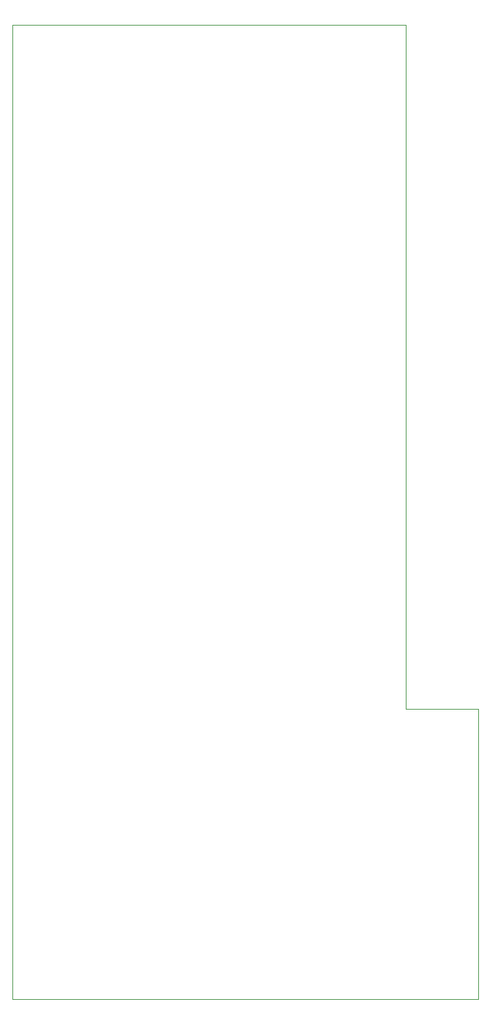
<source format=gbr>
%TF.GenerationSoftware,KiCad,Pcbnew,(5.1.6)-1*%
%TF.CreationDate,2020-12-26T22:01:20+01:00*%
%TF.ProjectId,measurestick,6d656173-7572-4657-9374-69636b2e6b69,rev?*%
%TF.SameCoordinates,PX3dc4fd0PY93c3260*%
%TF.FileFunction,Profile,NP*%
%FSLAX46Y46*%
G04 Gerber Fmt 4.6, Leading zero omitted, Abs format (unit mm)*
G04 Created by KiCad (PCBNEW (5.1.6)-1) date 2020-12-26 22:01:20*
%MOMM*%
%LPD*%
G01*
G04 APERTURE LIST*
%TA.AperFunction,Profile*%
%ADD10C,0.100000*%
%TD*%
G04 APERTURE END LIST*
D10*
X57150000Y0D02*
X0Y0D01*
X48260000Y119380000D02*
X48260000Y35560000D01*
X0Y119380000D02*
X48260000Y119380000D01*
X0Y0D02*
X0Y119380000D01*
X57150000Y35560000D02*
X57150000Y0D01*
X48260000Y35560000D02*
X57150000Y35560000D01*
M02*

</source>
